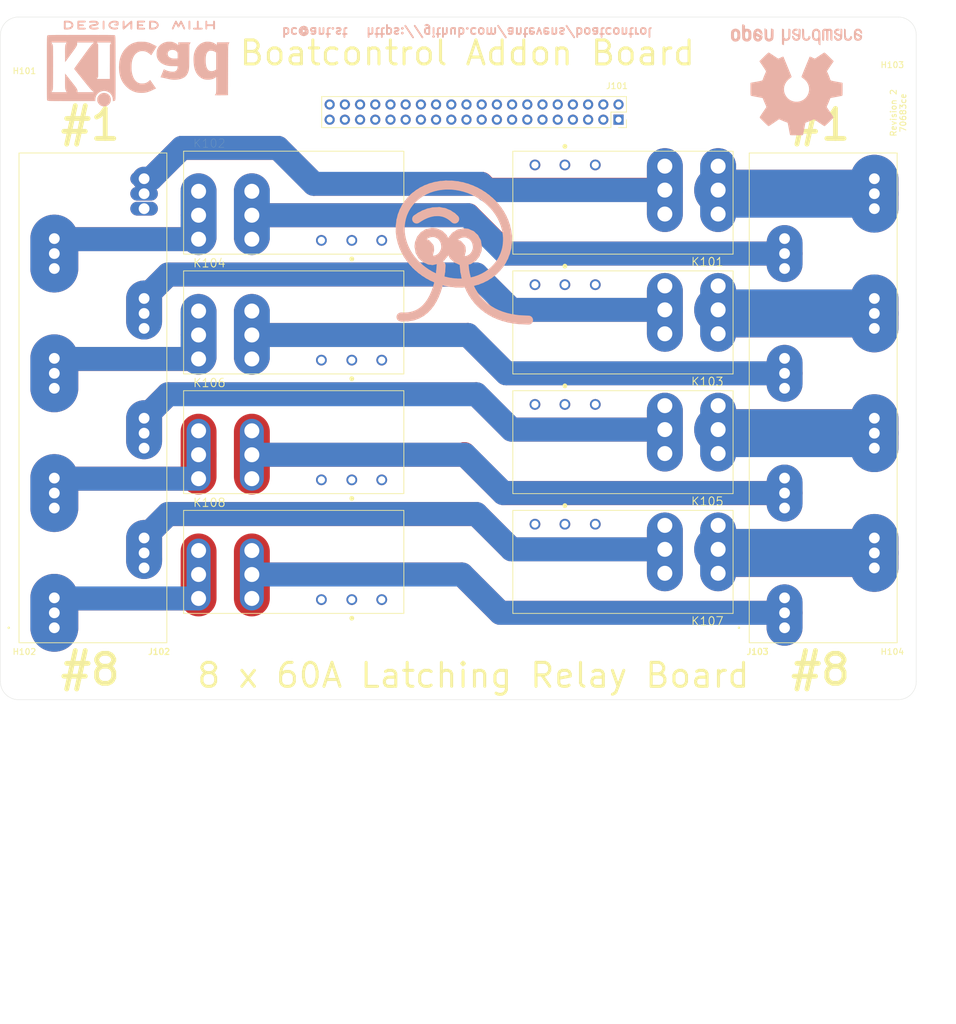
<source format=kicad_pcb>
(kicad_pcb (version 20171130) (host pcbnew 5.1.5+dfsg1-2build2)
  (title_block (title BoatControl) (date 2021-04-09) (rev 2) (company Rugludallur) (comment 1 "8x 60A Latching Relay Addon board for Boatcontrol") (comment 2 https://github.com/antevens/boatcontrol/addon/CommonCathode60A) (comment 3 a@ant.st) (comment 4 70683ce0ebce79e47096088a795a31fc68ff9315))
  (layers (0 F.Cu power) (1 In1.Cu signal) (2 In2.Cu signal) (31 B.Cu power) (34 B.Paste user) (35 F.Paste user) (36 B.SilkS user) (37 F.SilkS user) (38 B.Mask user) (39 F.Mask user) (44 Edge.Cuts user))
  (net 0 "")
  (net 1 GND)
  (net 2 /K8_COIL_ON)
  (net 3 /K4_COIL_OFF)
  (net 4 /K8_COIL_OFF)
  (net 5 /K3_COIL_ON)
  (net 6 /K3_COIL_OFF)
  (net 7 /K7_COIL_ON)
  (net 8 /K7_COIL_OFF)
  (net 9 /K2_COIL_OFF)
  (net 10 /K6_COIL_ON)
  (net 11 /K6_COIL_OFF)
  (net 12 /K1_COIL_ON)
  (net 13 /K5_COIL_ON)
  (net 14 /K5_COIL_OFF)
  (net 15 /K4_IN)
  (net 16 /K8_IN)
  (net 17 /K3_IN)
  (net 18 /K7_IN)
  (net 19 /K2_IN)
  (net 20 /K6_IN)
  (net 21 /K1_IN)
  (net 22 /K5_IN)
  (net 23 /K4_OUT)
  (net 24 /K8_OUT)
  (net 25 /K3_OUT)
  (net 26 /K7_OUT)
  (net 27 /K2_OUT)
  (net 28 /K6_OUT)
  (net 29 /K1_OUT)
  (net 30 /K5_OUT)
  (net 31 /K4_COIL_ON)
  (net 32 /K2_COIL_ON)
  (net 33 /K1_COIL_OFF)
  (module Symbol:KiCad-Logo2_12mm_SilkScreen (layer B.Cu) (at 73 32)
    (fp_text reference LOGO101 hide)
    (fp_text value Logo_Open_Hardware_Large hide)
  )
  (module BoatControl:CUI_TBL008V-1000-08BE (layer F.Cu) (at 181 125 90)
    (fp_text reference J103 (at -4 -4.5 180) (layer F.SilkS) (effects (font (thickness 0.2))))
    (fp_text value TBL008V-1000-08BE)
    (pad 1_3 thru_hole oval (at 5 0 90) (size 2.3 4.6) (drill 1.8) (layers *.Cu *.Mask) (net 24 /K8_OUT))
    (pad 1_1 thru_hole oval (at 0 0 90) (size 2.3 4.6) (drill 1.8) (layers *.Cu *.Mask) (net 24 /K8_OUT))
    (pad 1_2 thru_hole oval (at 2.5 0 90) (size 2.3 4.6) (drill 1.8) (layers *.Cu *.Mask) (net 24 /K8_OUT))
    (pad 2_3 thru_hole oval (at 15 15 90) (size 2.3 4.6) (drill 1.8) (layers *.Cu *.Mask) (net 26 /K7_OUT))
    (pad 2_1 thru_hole oval (at 10 15 90) (size 2.3 4.6) (drill 1.8) (layers *.Cu *.Mask) (net 26 /K7_OUT))
    (pad 2_2 thru_hole oval (at 12.5 15 90) (size 2.3 4.6) (drill 1.8) (layers *.Cu *.Mask) (net 26 /K7_OUT))
    (pad 3_3 thru_hole oval (at 25 0 90) (size 2.3 4.6) (drill 1.8) (layers *.Cu *.Mask) (net 28 /K6_OUT))
    (pad 3_1 thru_hole oval (at 20 0 90) (size 2.3 4.6) (drill 1.8) (layers *.Cu *.Mask) (net 28 /K6_OUT))
    (pad 3_2 thru_hole oval (at 22.5 0 90) (size 2.3 4.6) (drill 1.8) (layers *.Cu *.Mask) (net 28 /K6_OUT))
    (pad 4_3 thru_hole oval (at 35 15 90) (size 2.3 4.6) (drill 1.8) (layers *.Cu *.Mask) (net 30 /K5_OUT))
    (pad 4_1 thru_hole oval (at 30 15 90) (size 2.3 4.6) (drill 1.8) (layers *.Cu *.Mask) (net 30 /K5_OUT))
    (pad 4_2 thru_hole oval (at 32.5 15 90) (size 2.3 4.6) (drill 1.8) (layers *.Cu *.Mask) (net 30 /K5_OUT))
    (pad 5_3 thru_hole oval (at 45 0 90) (size 2.3 4.6) (drill 1.8) (layers *.Cu *.Mask) (net 23 /K4_OUT))
    (pad 5_1 thru_hole oval (at 40 0 90) (size 2.3 4.6) (drill 1.8) (layers *.Cu *.Mask) (net 23 /K4_OUT))
    (pad 5_2 thru_hole oval (at 42.5 0 90) (size 2.3 4.6) (drill 1.8) (layers *.Cu *.Mask) (net 23 /K4_OUT))
    (pad 6_3 thru_hole oval (at 55 15 90) (size 2.3 4.6) (drill 1.8) (layers *.Cu *.Mask) (net 25 /K3_OUT))
    (pad 6_1 thru_hole oval (at 50 15 90) (size 2.3 4.6) (drill 1.8) (layers *.Cu *.Mask) (net 25 /K3_OUT))
    (pad 6_2 thru_hole oval (at 52.5 15 90) (size 2.3 4.6) (drill 1.8) (layers *.Cu *.Mask) (net 25 /K3_OUT))
    (pad 7_3 thru_hole oval (at 65 0 90) (size 2.3 4.6) (drill 1.8) (layers *.Cu *.Mask) (net 27 /K2_OUT))
    (pad 7_1 thru_hole oval (at 60 0 90) (size 2.3 4.6) (drill 1.8) (layers *.Cu *.Mask) (net 27 /K2_OUT))
    (pad 7_2 thru_hole oval (at 62.5 0 90) (size 2.3 4.6) (drill 1.8) (layers *.Cu *.Mask) (net 27 /K2_OUT))
    (pad 8_3 thru_hole oval (at 75 15 90) (size 2.3 4.6) (drill 1.8) (layers *.Cu *.Mask) (net 29 /K1_OUT))
    (pad 8_1 thru_hole oval (at 70 15 90) (size 2.3 4.6) (drill 1.8) (layers *.Cu *.Mask) (net 29 /K1_OUT))
    (pad 8_2 thru_hole oval (at 72.5 15 90) (size 2.3 4.6) (drill 1.8) (layers *.Cu *.Mask) (net 29 /K1_OUT))
  )
  (module BoatControl:CUI_TBL008V-1000-08BE (layer F.Cu) (at 59 125 90)
    (fp_text reference J102 (at -4 17.5 180) (layer F.SilkS) (effects (font (thickness 0.2))))
    (fp_text value TBL008V-1000-08BE)
    (pad 1_3 thru_hole oval (at 5 0 90) (size 2.3 4.6) (drill 1.8) (layers *.Cu *.Mask) (net 16 /K8_IN))
    (pad 1_1 thru_hole oval (at 0 0 90) (size 2.3 4.6) (drill 1.8) (layers *.Cu *.Mask) (net 16 /K8_IN))
    (pad 1_2 thru_hole oval (at 2.5 0 90) (size 2.3 4.6) (drill 1.8) (layers *.Cu *.Mask) (net 16 /K8_IN))
    (pad 2_3 thru_hole oval (at 15 15 90) (size 2.3 4.6) (drill 1.8) (layers *.Cu *.Mask) (net 18 /K7_IN))
    (pad 2_1 thru_hole oval (at 10 15 90) (size 2.3 4.6) (drill 1.8) (layers *.Cu *.Mask) (net 18 /K7_IN))
    (pad 2_2 thru_hole oval (at 12.5 15 90) (size 2.3 4.6) (drill 1.8) (layers *.Cu *.Mask) (net 18 /K7_IN))
    (pad 3_3 thru_hole oval (at 25 0 90) (size 2.3 4.6) (drill 1.8) (layers *.Cu *.Mask) (net 20 /K6_IN))
    (pad 3_1 thru_hole oval (at 20 0 90) (size 2.3 4.6) (drill 1.8) (layers *.Cu *.Mask) (net 20 /K6_IN))
    (pad 3_2 thru_hole oval (at 22.5 0 90) (size 2.3 4.6) (drill 1.8) (layers *.Cu *.Mask) (net 20 /K6_IN))
    (pad 4_3 thru_hole oval (at 35 15 90) (size 2.3 4.6) (drill 1.8) (layers *.Cu *.Mask) (net 22 /K5_IN))
    (pad 4_1 thru_hole oval (at 30 15 90) (size 2.3 4.6) (drill 1.8) (layers *.Cu *.Mask) (net 22 /K5_IN))
    (pad 4_2 thru_hole oval (at 32.5 15 90) (size 2.3 4.6) (drill 1.8) (layers *.Cu *.Mask) (net 22 /K5_IN))
    (pad 5_3 thru_hole oval (at 45 0 90) (size 2.3 4.6) (drill 1.8) (layers *.Cu *.Mask) (net 15 /K4_IN))
    (pad 5_1 thru_hole oval (at 40 0 90) (size 2.3 4.6) (drill 1.8) (layers *.Cu *.Mask) (net 15 /K4_IN))
    (pad 5_2 thru_hole oval (at 42.5 0 90) (size 2.3 4.6) (drill 1.8) (layers *.Cu *.Mask) (net 15 /K4_IN))
    (pad 6_3 thru_hole oval (at 55 15 90) (size 2.3 4.6) (drill 1.8) (layers *.Cu *.Mask) (net 17 /K3_IN))
    (pad 6_1 thru_hole oval (at 50 15 90) (size 2.3 4.6) (drill 1.8) (layers *.Cu *.Mask) (net 17 /K3_IN))
    (pad 6_2 thru_hole oval (at 52.5 15 90) (size 2.3 4.6) (drill 1.8) (layers *.Cu *.Mask) (net 17 /K3_IN))
    (pad 7_3 thru_hole oval (at 65 0 90) (size 2.3 4.6) (drill 1.8) (layers *.Cu *.Mask) (net 19 /K2_IN))
    (pad 7_1 thru_hole oval (at 60 0 90) (size 2.3 4.6) (drill 1.8) (layers *.Cu *.Mask) (net 19 /K2_IN))
    (pad 7_2 thru_hole oval (at 62.5 0 90) (size 2.3 4.6) (drill 1.8) (layers *.Cu *.Mask) (net 19 /K2_IN))
    (pad 8_3 thru_hole oval (at 75 15 90) (size 2.3 4.6) (drill 1.8) (layers *.Cu *.Mask) (net 21 /K1_IN))
    (pad 8_1 thru_hole oval (at 70 15 90) (size 2.3 4.6) (drill 1.8) (layers *.Cu *.Mask) (net 21 /K1_IN))
    (pad 8_2 thru_hole oval (at 72.5 15 90) (size 2.3 4.6) (drill 1.8) (layers *.Cu *.Mask) (net 21 /K1_IN))
  )
  (module Symbol:OSHW-Logo2_24.3x20mm_SilkScreen (layer B.Cu) (at 183 33.5)
    (fp_text reference LOGO102 hide)
    (fp_text value Logo_Open_Hardware_Large hide)
  )
  (module BoatControl:Ant_Logo_SilkScreen (layer B.Cu) (at 125.5 58.5)
    (fp_text reference G102 hide)
    (fp_text value LOGO_ANT hide)
  )
  (module BoatControl:TE_2071366-2 (layer F.Cu) (at 99 114)
    (fp_text reference K108 (at -14.09875 -9.90427) (layer F.SilkS) (effects (font (size 1.407669 1.407669))))
    (fp_text value EW60-1A3-CL12D04)
    (pad A3 thru_hole circle (at 4.62 6.3) (size 1.8 1.8) (drill 1.2) (layers *.Cu *.Mask) (net 4 /K8_COIL_OFF))
    (pad 1 thru_hole circle (at -15.9 6.1) (size 3.516 3.516) (drill 2.5) (layers *.Cu *.Mask) (net 16 /K8_IN))
    (pad 2 thru_hole circle (at -15.9 2.1) (size 3.516 3.516) (drill 2.5) (layers *.Cu *.Mask) (net 16 /K8_IN))
    (pad 3 thru_hole circle (at -15.9 -1.9) (size 3.516 3.516) (drill 2.5) (layers *.Cu *.Mask) (net 16 /K8_IN))
    (pad 4 thru_hole circle (at -7 6.1) (size 3.516 3.516) (drill 2.5) (layers *.Cu *.Mask) (net 24 /K8_OUT))
    (pad 5 thru_hole circle (at -7 2.1) (size 3.516 3.516) (drill 2.5) (layers *.Cu *.Mask) (net 24 /K8_OUT))
    (pad 6 thru_hole circle (at -7 -1.9) (size 3.516 3.516) (drill 2.5) (layers *.Cu *.Mask) (net 24 /K8_OUT))
    (pad A1 thru_hole circle (at 9.7 6.3) (size 1.8 1.8) (drill 1.2) (layers *.Cu *.Mask) (net 1 GND))
    (pad A2 thru_hole circle (at 14.7 6.3) (size 1.8 1.8) (drill 1.2) (layers *.Cu *.Mask) (net 2 /K8_COIL_ON))
  )
  (module BoatControl:TE_2071366-2 (layer F.Cu) (at 154 114 180)
    (fp_text reference K107 (at -14.09875 -9.90427) (layer F.SilkS) (effects (font (size 1.407669 1.407669))))
    (fp_text value EW60-1A3-CL12D04)
    (pad A3 thru_hole circle (at 4.62 6.3 180) (size 1.8 1.8) (drill 1.2) (layers *.Cu *.Mask) (net 7 /K7_COIL_ON))
    (pad 1 thru_hole circle (at -15.9 6.1 180) (size 3.516 3.516) (drill 2.5) (layers *.Cu *.Mask) (net 26 /K7_OUT))
    (pad 2 thru_hole circle (at -15.9 2.1 180) (size 3.516 3.516) (drill 2.5) (layers *.Cu *.Mask) (net 26 /K7_OUT))
    (pad 3 thru_hole circle (at -15.9 -1.9 180) (size 3.516 3.516) (drill 2.5) (layers *.Cu *.Mask) (net 26 /K7_OUT))
    (pad 4 thru_hole circle (at -7 6.1 180) (size 3.516 3.516) (drill 2.5) (layers *.Cu *.Mask) (net 18 /K7_IN))
    (pad 5 thru_hole circle (at -7 2.1 180) (size 3.516 3.516) (drill 2.5) (layers *.Cu *.Mask) (net 18 /K7_IN))
    (pad 6 thru_hole circle (at -7 -1.9 180) (size 3.516 3.516) (drill 2.5) (layers *.Cu *.Mask) (net 18 /K7_IN))
    (pad A1 thru_hole circle (at 9.7 6.3 180) (size 1.8 1.8) (drill 1.2) (layers *.Cu *.Mask) (net 1 GND))
    (pad A2 thru_hole circle (at 14.7 6.3 180) (size 1.8 1.8) (drill 1.2) (layers *.Cu *.Mask) (net 8 /K7_COIL_OFF))
  )
  (module BoatControl:TE_2071366-2 (layer F.Cu) (at 99 94)
    (fp_text reference K106 (at -14.09875 -9.90427) (layer F.SilkS) (effects (font (size 1.407669 1.407669))))
    (fp_text value EW60-1A3-CL12D04)
    (pad A3 thru_hole circle (at 4.62 6.3) (size 1.8 1.8) (drill 1.2) (layers *.Cu *.Mask) (net 11 /K6_COIL_OFF))
    (pad 1 thru_hole circle (at -15.9 6.1) (size 3.516 3.516) (drill 2.5) (layers *.Cu *.Mask) (net 20 /K6_IN))
    (pad 2 thru_hole circle (at -15.9 2.1) (size 3.516 3.516) (drill 2.5) (layers *.Cu *.Mask) (net 20 /K6_IN))
    (pad 3 thru_hole circle (at -15.9 -1.9) (size 3.516 3.516) (drill 2.5) (layers *.Cu *.Mask) (net 20 /K6_IN))
    (pad 4 thru_hole circle (at -7 6.1) (size 3.516 3.516) (drill 2.5) (layers *.Cu *.Mask) (net 28 /K6_OUT))
    (pad 5 thru_hole circle (at -7 2.1) (size 3.516 3.516) (drill 2.5) (layers *.Cu *.Mask) (net 28 /K6_OUT))
    (pad 6 thru_hole circle (at -7 -1.9) (size 3.516 3.516) (drill 2.5) (layers *.Cu *.Mask) (net 28 /K6_OUT))
    (pad A1 thru_hole circle (at 9.7 6.3) (size 1.8 1.8) (drill 1.2) (layers *.Cu *.Mask) (net 1 GND))
    (pad A2 thru_hole circle (at 14.7 6.3) (size 1.8 1.8) (drill 1.2) (layers *.Cu *.Mask) (net 10 /K6_COIL_ON))
  )
  (module BoatControl:TE_2071366-2 (layer F.Cu) (at 154 94 180)
    (fp_text reference K105 (at -14.09875 -9.90427) (layer F.SilkS) (effects (font (size 1.407669 1.407669))))
    (fp_text value EW60-1A3-CL12D04)
    (pad A3 thru_hole circle (at 4.62 6.3 180) (size 1.8 1.8) (drill 1.2) (layers *.Cu *.Mask) (net 13 /K5_COIL_ON))
    (pad 1 thru_hole circle (at -15.9 6.1 180) (size 3.516 3.516) (drill 2.5) (layers *.Cu *.Mask) (net 30 /K5_OUT))
    (pad 2 thru_hole circle (at -15.9 2.1 180) (size 3.516 3.516) (drill 2.5) (layers *.Cu *.Mask) (net 30 /K5_OUT))
    (pad 3 thru_hole circle (at -15.9 -1.9 180) (size 3.516 3.516) (drill 2.5) (layers *.Cu *.Mask) (net 30 /K5_OUT))
    (pad 4 thru_hole circle (at -7 6.1 180) (size 3.516 3.516) (drill 2.5) (layers *.Cu *.Mask) (net 22 /K5_IN))
    (pad 5 thru_hole circle (at -7 2.1 180) (size 3.516 3.516) (drill 2.5) (layers *.Cu *.Mask) (net 22 /K5_IN))
    (pad 6 thru_hole circle (at -7 -1.9 180) (size 3.516 3.516) (drill 2.5) (layers *.Cu *.Mask) (net 22 /K5_IN))
    (pad A1 thru_hole circle (at 9.7 6.3 180) (size 1.8 1.8) (drill 1.2) (layers *.Cu *.Mask) (net 1 GND))
    (pad A2 thru_hole circle (at 14.7 6.3 180) (size 1.8 1.8) (drill 1.2) (layers *.Cu *.Mask) (net 14 /K5_COIL_OFF))
  )
  (module BoatControl:TE_2071366-2 (layer F.Cu) (at 99 74)
    (fp_text reference K104 (at -14.09875 -9.90427) (layer F.SilkS) (effects (font (size 1.407669 1.407669))))
    (fp_text value EW60-1A3-CL12D04)
    (pad A3 thru_hole circle (at 4.62 6.3) (size 1.8 1.8) (drill 1.2) (layers *.Cu *.Mask) (net 3 /K4_COIL_OFF))
    (pad 1 thru_hole circle (at -15.9 6.1) (size 3.516 3.516) (drill 2.5) (layers *.Cu *.Mask) (net 15 /K4_IN))
    (pad 2 thru_hole circle (at -15.9 2.1) (size 3.516 3.516) (drill 2.5) (layers *.Cu *.Mask) (net 15 /K4_IN))
    (pad 3 thru_hole circle (at -15.9 -1.9) (size 3.516 3.516) (drill 2.5) (layers *.Cu *.Mask) (net 15 /K4_IN))
    (pad 4 thru_hole circle (at -7 6.1) (size 3.516 3.516) (drill 2.5) (layers *.Cu *.Mask) (net 23 /K4_OUT))
    (pad 5 thru_hole circle (at -7 2.1) (size 3.516 3.516) (drill 2.5) (layers *.Cu *.Mask) (net 23 /K4_OUT))
    (pad 6 thru_hole circle (at -7 -1.9) (size 3.516 3.516) (drill 2.5) (layers *.Cu *.Mask) (net 23 /K4_OUT))
    (pad A1 thru_hole circle (at 9.7 6.3) (size 1.8 1.8) (drill 1.2) (layers *.Cu *.Mask) (net 1 GND))
    (pad A2 thru_hole circle (at 14.7 6.3) (size 1.8 1.8) (drill 1.2) (layers *.Cu *.Mask) (net 31 /K4_COIL_ON))
  )
  (module BoatControl:TE_2071366-2 (layer F.Cu) (at 154 74 180)
    (fp_text reference K103 (at -14.09875 -9.90427) (layer F.SilkS) (effects (font (size 1.407669 1.407669))))
    (fp_text value EW60-1A3-CL12D04)
    (pad A3 thru_hole circle (at 4.62 6.3 180) (size 1.8 1.8) (drill 1.2) (layers *.Cu *.Mask) (net 5 /K3_COIL_ON))
    (pad 1 thru_hole circle (at -15.9 6.1 180) (size 3.516 3.516) (drill 2.5) (layers *.Cu *.Mask) (net 25 /K3_OUT))
    (pad 2 thru_hole circle (at -15.9 2.1 180) (size 3.516 3.516) (drill 2.5) (layers *.Cu *.Mask) (net 25 /K3_OUT))
    (pad 3 thru_hole circle (at -15.9 -1.9 180) (size 3.516 3.516) (drill 2.5) (layers *.Cu *.Mask) (net 25 /K3_OUT))
    (pad 4 thru_hole circle (at -7 6.1 180) (size 3.516 3.516) (drill 2.5) (layers *.Cu *.Mask) (net 17 /K3_IN))
    (pad 5 thru_hole circle (at -7 2.1 180) (size 3.516 3.516) (drill 2.5) (layers *.Cu *.Mask) (net 17 /K3_IN))
    (pad 6 thru_hole circle (at -7 -1.9 180) (size 3.516 3.516) (drill 2.5) (layers *.Cu *.Mask) (net 17 /K3_IN))
    (pad A1 thru_hole circle (at 9.7 6.3 180) (size 1.8 1.8) (drill 1.2) (layers *.Cu *.Mask) (net 1 GND))
    (pad A2 thru_hole circle (at 14.7 6.3 180) (size 1.8 1.8) (drill 1.2) (layers *.Cu *.Mask) (net 6 /K3_COIL_OFF))
  )
  (module BoatControl:TE_2071366-2 (layer F.Cu) (at 99 54)
    (fp_text reference K102 (at -14.09875 -9.90427) (layer F.SilkS) (effects (font (size 1.407669 1.407669) (thickness 0.015))))
    (fp_text value EW60-1A3-CL12D04)
    (pad A3 thru_hole circle (at 4.62 6.3) (size 1.8 1.8) (drill 1.2) (layers *.Cu *.Mask) (net 9 /K2_COIL_OFF))
    (pad 1 thru_hole circle (at -15.9 6.1) (size 3.516 3.516) (drill 2.5) (layers *.Cu *.Mask) (net 19 /K2_IN))
    (pad 2 thru_hole circle (at -15.9 2.1) (size 3.516 3.516) (drill 2.5) (layers *.Cu *.Mask) (net 19 /K2_IN))
    (pad 3 thru_hole circle (at -15.9 -1.9) (size 3.516 3.516) (drill 2.5) (layers *.Cu *.Mask) (net 19 /K2_IN))
    (pad 4 thru_hole circle (at -7 6.1) (size 3.516 3.516) (drill 2.5) (layers *.Cu *.Mask) (net 27 /K2_OUT))
    (pad 5 thru_hole circle (at -7 2.1) (size 3.516 3.516) (drill 2.5) (layers *.Cu *.Mask) (net 27 /K2_OUT))
    (pad 6 thru_hole circle (at -7 -1.9) (size 3.516 3.516) (drill 2.5) (layers *.Cu *.Mask) (net 27 /K2_OUT))
    (pad A1 thru_hole circle (at 9.7 6.3) (size 1.8 1.8) (drill 1.2) (layers *.Cu *.Mask) (net 1 GND))
    (pad A2 thru_hole circle (at 14.7 6.3) (size 1.8 1.8) (drill 1.2) (layers *.Cu *.Mask) (net 32 /K2_COIL_ON))
  )
  (module BoatControl:TE_2071366-2 (layer F.Cu) (at 154 54 180)
    (fp_text reference K101 (at -14.09875 -9.90427) (layer F.SilkS) (effects (font (size 1.407669 1.407669))))
    (fp_text value EW60-1A3-CL12D04)
    (pad A3 thru_hole circle (at 4.62 6.3 180) (size 1.8 1.8) (drill 1.2) (layers *.Cu *.Mask) (net 12 /K1_COIL_ON))
    (pad 1 thru_hole circle (at -15.9 6.1 180) (size 3.516 3.516) (drill 2.5) (layers *.Cu *.Mask) (net 29 /K1_OUT))
    (pad 2 thru_hole circle (at -15.9 2.1 180) (size 3.516 3.516) (drill 2.5) (layers *.Cu *.Mask) (net 29 /K1_OUT))
    (pad 3 thru_hole circle (at -15.9 -1.9 180) (size 3.516 3.516) (drill 2.5) (layers *.Cu *.Mask) (net 29 /K1_OUT))
    (pad 4 thru_hole circle (at -7 6.1 180) (size 3.516 3.516) (drill 2.5) (layers *.Cu *.Mask) (net 21 /K1_IN))
    (pad 5 thru_hole circle (at -7 2.1 180) (size 3.516 3.516) (drill 2.5) (layers *.Cu *.Mask) (net 21 /K1_IN))
    (pad 6 thru_hole circle (at -7 -1.9 180) (size 3.516 3.516) (drill 2.5) (layers *.Cu *.Mask) (net 21 /K1_IN))
    (pad A1 thru_hole circle (at 9.7 6.3 180) (size 1.8 1.8) (drill 1.2) (layers *.Cu *.Mask) (net 1 GND))
    (pad A2 thru_hole circle (at 14.7 6.3 180) (size 1.8 1.8) (drill 1.2) (layers *.Cu *.Mask) (net 33 /K1_COIL_OFF))
  )
  (module Connector_PinSocket_2.54mm:PinSocket_2x20_P2.54mm_Vertical (layer F.Cu) (at 153.26 40.14 270)
    (fp_text reference J101 (at -5.64 0.26 180) (layer F.SilkS))
    (fp_text value "Conn_02x20_Odd_Even Header" hide)
    (pad 40 thru_hole oval (at -2.54 48.26 270) (size 1.7 1.7) (drill 1) (layers *.Cu *.Mask) (net 1 GND))
    (pad 39 thru_hole oval (at 0 48.26 270) (size 1.7 1.7) (drill 1) (layers *.Cu *.Mask) (net 1 GND))
    (pad 38 thru_hole oval (at -2.54 45.72 270) (size 1.7 1.7) (drill 1) (layers *.Cu *.Mask) (net 1 GND))
    (pad 37 thru_hole oval (at 0 45.72 270) (size 1.7 1.7) (drill 1) (layers *.Cu *.Mask) (net 1 GND))
    (pad 36 thru_hole oval (at -2.54 43.18 270) (size 1.7 1.7) (drill 1) (layers *.Cu *.Mask) (net 1 GND))
    (pad 35 thru_hole oval (at 0 43.18 270) (size 1.7 1.7) (drill 1) (layers *.Cu *.Mask) (net 1 GND))
    (pad 34 thru_hole oval (at -2.54 40.64 270) (size 1.7 1.7) (drill 1) (layers *.Cu *.Mask) (net 1 GND))
    (pad 33 thru_hole oval (at 0 40.64 270) (size 1.7 1.7) (drill 1) (layers *.Cu *.Mask) (net 1 GND))
    (pad 32 thru_hole oval (at -2.54 38.1 270) (size 1.7 1.7) (drill 1) (layers *.Cu *.Mask) (net 4 /K8_COIL_OFF))
    (pad 31 thru_hole oval (at 0 38.1 270) (size 1.7 1.7) (drill 1) (layers *.Cu *.Mask) (net 4 /K8_COIL_OFF))
    (pad 30 thru_hole oval (at -2.54 35.56 270) (size 1.7 1.7) (drill 1) (layers *.Cu *.Mask) (net 2 /K8_COIL_ON))
    (pad 29 thru_hole oval (at 0 35.56 270) (size 1.7 1.7) (drill 1) (layers *.Cu *.Mask) (net 2 /K8_COIL_ON))
    (pad 28 thru_hole oval (at -2.54 33.02 270) (size 1.7 1.7) (drill 1) (layers *.Cu *.Mask) (net 8 /K7_COIL_OFF))
    (pad 27 thru_hole oval (at 0 33.02 270) (size 1.7 1.7) (drill 1) (layers *.Cu *.Mask) (net 8 /K7_COIL_OFF))
    (pad 26 thru_hole oval (at -2.54 30.48 270) (size 1.7 1.7) (drill 1) (layers *.Cu *.Mask) (net 7 /K7_COIL_ON))
    (pad 25 thru_hole oval (at 0 30.48 270) (size 1.7 1.7) (drill 1) (layers *.Cu *.Mask) (net 7 /K7_COIL_ON))
    (pad 24 thru_hole oval (at -2.54 27.94 270) (size 1.7 1.7) (drill 1) (layers *.Cu *.Mask) (net 11 /K6_COIL_OFF))
    (pad 23 thru_hole oval (at 0 27.94 270) (size 1.7 1.7) (drill 1) (layers *.Cu *.Mask) (net 11 /K6_COIL_OFF))
    (pad 22 thru_hole oval (at -2.54 25.4 270) (size 1.7 1.7) (drill 1) (layers *.Cu *.Mask) (net 10 /K6_COIL_ON))
    (pad 21 thru_hole oval (at 0 25.4 270) (size 1.7 1.7) (drill 1) (layers *.Cu *.Mask) (net 10 /K6_COIL_ON))
    (pad 20 thru_hole oval (at -2.54 22.86 270) (size 1.7 1.7) (drill 1) (layers *.Cu *.Mask) (net 14 /K5_COIL_OFF))
    (pad 19 thru_hole oval (at 0 22.86 270) (size 1.7 1.7) (drill 1) (layers *.Cu *.Mask) (net 14 /K5_COIL_OFF))
    (pad 18 thru_hole oval (at -2.54 20.32 270) (size 1.7 1.7) (drill 1) (layers *.Cu *.Mask) (net 13 /K5_COIL_ON))
    (pad 17 thru_hole oval (at 0 20.32 270) (size 1.7 1.7) (drill 1) (layers *.Cu *.Mask) (net 13 /K5_COIL_ON))
    (pad 16 thru_hole oval (at -2.54 17.78 270) (size 1.7 1.7) (drill 1) (layers *.Cu *.Mask) (net 3 /K4_COIL_OFF))
    (pad 15 thru_hole oval (at 0 17.78 270) (size 1.7 1.7) (drill 1) (layers *.Cu *.Mask) (net 3 /K4_COIL_OFF))
    (pad 14 thru_hole oval (at -2.54 15.24 270) (size 1.7 1.7) (drill 1) (layers *.Cu *.Mask) (net 31 /K4_COIL_ON))
    (pad 13 thru_hole oval (at 0 15.24 270) (size 1.7 1.7) (drill 1) (layers *.Cu *.Mask) (net 31 /K4_COIL_ON))
    (pad 12 thru_hole oval (at -2.54 12.7 270) (size 1.7 1.7) (drill 1) (layers *.Cu *.Mask) (net 6 /K3_COIL_OFF))
    (pad 11 thru_hole oval (at 0 12.7 270) (size 1.7 1.7) (drill 1) (layers *.Cu *.Mask) (net 6 /K3_COIL_OFF))
    (pad 10 thru_hole oval (at -2.54 10.16 270) (size 1.7 1.7) (drill 1) (layers *.Cu *.Mask) (net 5 /K3_COIL_ON))
    (pad 9 thru_hole oval (at 0 10.16 270) (size 1.7 1.7) (drill 1) (layers *.Cu *.Mask) (net 5 /K3_COIL_ON))
    (pad 8 thru_hole oval (at -2.54 7.62 270) (size 1.7 1.7) (drill 1) (layers *.Cu *.Mask) (net 9 /K2_COIL_OFF))
    (pad 7 thru_hole oval (at 0 7.62 270) (size 1.7 1.7) (drill 1) (layers *.Cu *.Mask) (net 9 /K2_COIL_OFF))
    (pad 6 thru_hole oval (at -2.54 5.08 270) (size 1.7 1.7) (drill 1) (layers *.Cu *.Mask) (net 32 /K2_COIL_ON))
    (pad 5 thru_hole oval (at 0 5.08 270) (size 1.7 1.7) (drill 1) (layers *.Cu *.Mask) (net 32 /K2_COIL_ON))
    (pad 4 thru_hole oval (at -2.54 2.54 270) (size 1.7 1.7) (drill 1) (layers *.Cu *.Mask) (net 33 /K1_COIL_OFF))
    (pad 3 thru_hole oval (at 0 2.54 270) (size 1.7 1.7) (drill 1) (layers *.Cu *.Mask) (net 33 /K1_COIL_OFF))
    (pad 2 thru_hole oval (at -2.54 0 270) (size 1.7 1.7) (drill 1) (layers *.Cu *.Mask) (net 12 /K1_COIL_ON))
    (pad 1 thru_hole rect (at 0 0 270) (size 1.7 1.7) (drill 1) (layers *.Cu *.Mask) (net 12 /K1_COIL_ON))
  )
  (module MountingHole:MountingHole_3mm (layer F.Cu) (at 199 133)
    (fp_text reference H104 (at 0 -4) (layer F.SilkS))
    (fp_text value MountingHole)
    (pad 1 np_thru_hole circle (at 0 0) (size 3 3) (drill 3) (layers *.Cu *.Mask))
  )
  (module MountingHole:MountingHole_3mm (layer F.Cu) (at 199 27)
    (fp_text reference H103 (at 0 4) (layer F.SilkS))
    (fp_text value MountingHole)
    (pad 1 np_thru_hole circle (at 0 0) (size 3 3) (drill 3) (layers *.Cu *.Mask))
  )
  (module MountingHole:MountingHole_3mm (layer F.Cu) (at 54 133)
    (fp_text reference H102 (at 0 -4) (layer F.SilkS))
    (fp_text value MountingHole)
    (pad 1 np_thru_hole circle (at 0 0) (size 3 3) (drill 3) (layers *.Cu *.Mask))
  )
  (module MountingHole:MountingHole_3mm (layer F.Cu) (at 54 27)
    (fp_text reference H101 (at 0 5) (layer F.SilkS))
    (fp_text value MountingHole)
    (pad 1 np_thru_hole circle (at 0 0) (size 3 3) (drill 3) (layers *.Cu *.Mask))
  )
  (gr_text "Revision 2\n70683ce" (at 200 39 90) (layer F.SilkS) (effects (font (size 1 1))))
  (gr_text "#8" (at 65 132) (layer F.SilkS) (effects (font (size 5 5) (thickness 0.8))))
  (gr_text "#8" (at 187 132) (layer F.SilkS) (effects (font (size 5 5) (thickness 0.8))))
  (gr_text "#1" (at 187 41) (layer F.SilkS) (effects (font (size 5 5) (thickness 0.8))))
  (gr_text "#1" (at 65 41) (layer F.SilkS) (effects (font (size 5 5) (thickness 0.8))))
  (gr_text "8 x 60A Latching Relay Board" (at 129 132.95) (layer F.SilkS) (effects (font (size 4 4) (thickness 0.5))))
  (gr_text "Boatcontrol Addon Board" (at 128 29) (layer F.SilkS) (effects (font (size 4 4) (thickness 0.5))))
  (gr_text https://github.com/antevens/boatcontrol (at 135 25.5 180) (layer B.SilkS) (effects (font (size 1.5 1.5) (thickness 0.3)) (justify mirror)))
  (gr_text bc@ant.st (at 102.5 25.5 180) (layer B.SilkS) (effects (font (size 1.5 1.5) (thickness 0.3)) (justify mirror)))
  (gr_line (start 203 134) (end 203 26) (layer Edge.Cuts) (width 0.05))
  (gr_line (start 53 137) (end 200 137) (layer Edge.Cuts) (width 0.05))
  (gr_line (start 50 26) (end 50 134) (layer Edge.Cuts) (width 0.05))
  (gr_line (start 200 23) (end 53 23) (layer Edge.Cuts) (width 0.05))
  (gr_arc (start 53 134) (end 50 134) (angle -90) (layer Edge.Cuts) (width 0.05))
  (gr_arc (start 53 26) (end 53 23) (angle -90) (layer Edge.Cuts) (width 0.05))
  (gr_arc (start 200 26) (end 203 26) (angle -90) (layer Edge.Cuts) (width 0.05))
  (gr_arc (start 200 134) (end 200 137) (angle -90) (layer Edge.Cuts) (width 0.05))
  (segment (start 83.1 72.1) (end 83.1 80.1) (width 4) (layer B.Cu) (net 15))
  (segment (start 61.4 80.1) (end 59 82.5) (width 4) (layer B.Cu) (net 15))
  (segment (start 83.1 80.1) (end 61.4 80.1) (width 4) (layer B.Cu) (net 15))
  (segment (start 61.4 80.1) (end 59 82.5) (width 4) (layer F.Cu) (net 15))
  (segment (start 83.1 80.1) (end 61.4 80.1) (width 4) (layer F.Cu) (net 15))
  (segment (start 59 85) (end 59 80) (width 8) (layer F.Cu) (net 15))
  (segment (start 59 85) (end 59 80) (width 8) (layer B.Cu) (net 15))
  (segment (start 83.1 76.1) (end 83.1 72.25001) (width 6) (layer B.Cu) (net 15))
  (segment (start 83.1 76.1) (end 83.1 79.74999) (width 6) (layer B.Cu) (net 15))
  (segment (start 83.1 76.1) (end 83.1 79.74999) (width 6) (layer F.Cu) (net 15))
  (segment (start 83.1 76.1) (end 83.1 72.25001) (width 6) (layer F.Cu) (net 15))
  (segment (start 83.1 112.1) (end 83.1 120.1) (width 4) (layer B.Cu) (net 16))
  (segment (start 61.4 120.1) (end 59 122.5) (width 4) (layer B.Cu) (net 16))
  (segment (start 83.1 120.1) (end 61.4 120.1) (width 4) (layer B.Cu) (net 16))
  (segment (start 61.4 120.1) (end 59 122.5) (width 4) (layer F.Cu) (net 16))
  (segment (start 83.1 120.1) (end 61.4 120.1) (width 4) (layer F.Cu) (net 16))
  (segment (start 59 125) (end 59 120) (width 8) (layer F.Cu) (net 16))
  (segment (start 59 125) (end 59 120) (width 8) (layer B.Cu) (net 16))
  (segment (start 83.1 120.1) (end 83.1 112.25001) (width 6) (layer F.Cu) (net 16))
  (segment (start 74 70) (end 78 66) (width 4) (layer F.Cu) (net 17))
  (segment (start 78 66) (end 129.5 66) (width 4) (layer F.Cu) (net 17))
  (segment (start 135.4 71.9) (end 161 71.9) (width 4) (layer F.Cu) (net 17))
  (segment (start 129.5 66) (end 135.4 71.9) (width 4) (layer F.Cu) (net 17))
  (segment (start 161 71.9) (end 135.4 71.9) (width 4) (layer B.Cu) (net 17))
  (segment (start 135.4 71.9) (end 129.5 66) (width 4) (layer B.Cu) (net 17))
  (segment (start 78 66) (end 74 70) (width 4) (layer B.Cu) (net 17))
  (segment (start 129.5 66) (end 78 66) (width 4) (layer B.Cu) (net 17))
  (segment (start 161 71.9) (end 161 68.75001) (width 6) (layer B.Cu) (net 17))
  (segment (start 161 71.9) (end 161 75.9) (width 6) (layer B.Cu) (net 17))
  (segment (start 74 70) (end 74 73.84999) (width 6) (layer B.Cu) (net 17))
  (segment (start 74 70) (end 74 73.84999) (width 6) (layer F.Cu) (net 17))
  (segment (start 161 71.9) (end 161 68.75001) (width 6) (layer F.Cu) (net 17))
  (segment (start 161 71.9) (end 161 75.9) (width 6) (layer F.Cu) (net 17))
  (segment (start 135.4 111.9) (end 161 111.9) (width 4) (layer F.Cu) (net 18))
  (segment (start 129.5 106) (end 135.4 111.9) (width 4) (layer F.Cu) (net 18))
  (segment (start 74 110) (end 78 106) (width 4) (layer F.Cu) (net 18))
  (segment (start 78 106) (end 129.5 106) (width 4) (layer F.Cu) (net 18))
  (segment (start 161 111.9) (end 135.4 111.9) (width 4) (layer B.Cu) (net 18))
  (segment (start 135.4 111.9) (end 129.5 106) (width 4) (layer B.Cu) (net 18))
  (segment (start 78 106) (end 74 110) (width 4) (layer B.Cu) (net 18))
  (segment (start 129.5 106) (end 78 106) (width 4) (layer B.Cu) (net 18))
  (segment (start 161 111.9) (end 161 108.75001) (width 6) (layer B.Cu) (net 18))
  (segment (start 161 111.9) (end 161 115.9) (width 6) (layer B.Cu) (net 18))
  (segment (start 74 113.5) (end 74 113.84999) (width 6) (layer B.Cu) (net 18))
  (segment (start 74 110) (end 74 113.5) (width 6) (layer B.Cu) (net 18))
  (segment (start 161 111.9) (end 161 108.75001) (width 6) (layer F.Cu) (net 18))
  (segment (start 161 111.9) (end 161 115.9) (width 6) (layer F.Cu) (net 18))
  (segment (start 74 110) (end 74 113.84999) (width 6) (layer F.Cu) (net 18))
  (segment (start 61.4 60.1) (end 59 62.5) (width 4) (layer B.Cu) (net 19))
  (segment (start 83.1 60.1) (end 61.4 60.1) (width 4) (layer B.Cu) (net 19))
  (segment (start 61.4 60.1) (end 59 62.5) (width 4) (layer F.Cu) (net 19))
  (segment (start 83.1 60.1) (end 61.4 60.1) (width 4) (layer F.Cu) (net 19))
  (segment (start 59 65) (end 59 60) (width 8) (layer F.Cu) (net 19))
  (segment (start 59 65) (end 59 60) (width 8) (layer B.Cu) (net 19))
  (segment (start 83.1 56.1) (end 83.1 52.1) (width 6) (layer B.Cu) (net 19))
  (segment (start 83.1 56.1) (end 83.1 59.74999) (width 6) (layer B.Cu) (net 19))
  (segment (start 83.1 56.1) (end 83.1 59.74999) (width 6) (layer F.Cu) (net 19))
  (segment (start 83.1 56.1) (end 83.1 52.1) (width 6) (layer F.Cu) (net 19))
  (segment (start 83.1 92.1) (end 83.1 100.1) (width 4) (layer B.Cu) (net 20))
  (segment (start 61.4 100.1) (end 59 102.5) (width 4) (layer B.Cu) (net 20))
  (segment (start 83.1 100.1) (end 61.4 100.1) (width 4) (layer B.Cu) (net 20))
  (segment (start 59 105) (end 59 100) (width 8) (layer F.Cu) (net 20))
  (segment (start 59 105) (end 59 100) (width 8) (layer B.Cu) (net 20))
  (segment (start 59.1 100.1) (end 59 100) (width 4) (layer F.Cu) (net 20))
  (segment (start 83.1 100.1) (end 59.1 100.1) (width 4) (layer F.Cu) (net 20))
  (segment (start 83.1 96.1) (end 83.1 99.74999) (width 6) (layer F.Cu) (net 20))
  (segment (start 83.1 96.1) (end 83.1 92.25001) (width 6) (layer F.Cu) (net 20))
  (segment (start 80.3 44.85) (end 75.15 50) (width 4) (layer F.Cu) (net 21))
  (segment (start 96.35 44.85) (end 80.3 44.85) (width 4) (layer F.Cu) (net 21))
  (segment (start 102.34999 50.84999) (end 96.35 44.85) (width 4) (layer F.Cu) (net 21))
  (segment (start 130.34999 50.84999) (end 102.34999 50.84999) (width 4) (layer F.Cu) (net 21))
  (segment (start 131.350001 51.850001) (end 130.34999 50.84999) (width 4) (layer F.Cu) (net 21))
  (segment (start 75.15 50) (end 74 50) (width 4) (layer F.Cu) (net 21))
  (segment (start 160.950001 51.850001) (end 131.350001 51.850001) (width 4) (layer F.Cu) (net 21))
  (segment (start 161 51.9) (end 160.950001 51.850001) (width 4) (layer F.Cu) (net 21))
  (segment (start 80.3 44.85) (end 75.15 50) (width 4) (layer B.Cu) (net 21))
  (segment (start 96.35 44.85) (end 80.3 44.85) (width 4) (layer B.Cu) (net 21))
  (segment (start 102.34999 50.84999) (end 96.35 44.85) (width 4) (layer B.Cu) (net 21))
  (segment (start 130.274625 50.84999) (end 102.34999 50.84999) (width 4) (layer B.Cu) (net 21))
  (segment (start 131.324635 51.9) (end 130.274625 50.84999) (width 4) (layer B.Cu) (net 21))
  (segment (start 75.15 50) (end 74 50) (width 4) (layer B.Cu) (net 21))
  (segment (start 161 51.9) (end 131.324635 51.9) (width 4) (layer B.Cu) (net 21))
  (segment (start 161 51.9) (end 161 47.9) (width 6) (layer B.Cu) (net 21))
  (segment (start 161 51.9) (end 161 55.9) (width 6) (layer B.Cu) (net 21))
  (segment (start 161 51.9) (end 161 47.9) (width 6) (layer F.Cu) (net 21))
  (segment (start 161 51.9) (end 161 55.9) (width 6) (layer F.Cu) (net 21))
  (segment (start 135.4 91.9) (end 161 91.9) (width 4) (layer F.Cu) (net 22))
  (segment (start 129.5 86) (end 135.4 91.9) (width 4) (layer F.Cu) (net 22))
  (segment (start 74 90) (end 78 86) (width 4) (layer F.Cu) (net 22))
  (segment (start 78 86) (end 129.5 86) (width 4) (layer F.Cu) (net 22))
  (segment (start 161 91.9) (end 135.4 91.9) (width 4) (layer B.Cu) (net 22))
  (segment (start 135.4 91.9) (end 129.5 86) (width 4) (layer B.Cu) (net 22))
  (segment (start 78 86) (end 74 90) (width 4) (layer B.Cu) (net 22))
  (segment (start 129.5 86) (end 78 86) (width 4) (layer B.Cu) (net 22))
  (segment (start 161 91.9) (end 161 88.75001) (width 6) (layer B.Cu) (net 22))
  (segment (start 161 91.9) (end 161 95.9) (width 6) (layer B.Cu) (net 22))
  (segment (start 74 90) (end 74 93.84999) (width 6) (layer B.Cu) (net 22))
  (segment (start 161 91.9) (end 161 88.75001) (width 6) (layer F.Cu) (net 22))
  (segment (start 161 91.9) (end 161 95.9) (width 6) (layer F.Cu) (net 22))
  (segment (start 74 90) (end 74 93.84999) (width 6) (layer F.Cu) (net 22))
  (segment (start 92 72.1) (end 92 80.1) (width 4) (layer B.Cu) (net 23))
  (segment (start 181 82.5) (end 134.5 82.5) (width 4) (layer B.Cu) (net 23))
  (segment (start 128.1 76.1) (end 92 76.1) (width 4) (layer B.Cu) (net 23))
  (segment (start 134.5 82.5) (end 128.1 76.1) (width 4) (layer B.Cu) (net 23))
  (segment (start 181 82.5) (end 134.5 82.5) (width 4) (layer F.Cu) (net 23))
  (segment (start 128.1 76.1) (end 92 76.1) (width 4) (layer F.Cu) (net 23))
  (segment (start 134.5 82.5) (end 128.1 76.1) (width 4) (layer F.Cu) (net 23))
  (segment (start 181 82.5) (end 181 80.75001) (width 6) (layer B.Cu) (net 23))
  (segment (start 181 82.5) (end 181 84.24999) (width 6) (layer B.Cu) (net 23))
  (segment (start 92 76.1) (end 92 72.25001) (width 6) (layer B.Cu) (net 23))
  (segment (start 92 76.1) (end 92 79.74999) (width 6) (layer B.Cu) (net 23))
  (segment (start 92 76.1) (end 92 79.74999) (width 6) (layer F.Cu) (net 23))
  (segment (start 92 76.1) (end 92 72.25001) (width 6) (layer F.Cu) (net 23))
  (segment (start 181 82.5) (end 181 80.75001) (width 6) (layer F.Cu) (net 23))
  (segment (start 181 82.5) (end 181 84.24999) (width 6) (layer F.Cu) (net 23))
  (segment (start 181 122.5) (end 133.5 122.5) (width 4) (layer B.Cu) (net 24))
  (segment (start 127.1 116.1) (end 92 116.1) (width 4) (layer B.Cu) (net 24))
  (segment (start 133.5 122.5) (end 127.1 116.1) (width 4) (layer B.Cu) (net 24))
  (segment (start 92 112.1) (end 92 120.1) (width 4) (layer B.Cu) (net 24))
  (segment (start 92 116.1) (end 127.1 116.1) (width 4) (layer F.Cu) (net 24))
  (segment (start 133.5 122.5) (end 181 122.5) (width 4) (layer F.Cu) (net 24))
  (segment (start 127.1 116.1) (end 133.5 122.5) (width 4) (layer F.Cu) (net 24))
  (segment (start 181 122.5) (end 181 120.75001) (width 6) (layer B.Cu) (net 24))
  (segment (start 181 122.5) (end 181 125) (width 6) (layer B.Cu) (net 24))
  (segment (start 181 122.5) (end 181 120.75001) (width 6) (layer F.Cu) (net 24))
  (segment (start 181 122.5) (end 181 125) (width 6) (layer F.Cu) (net 24))
  (segment (start 92 116.1) (end 92 112.25001) (width 6) (layer F.Cu) (net 24))
  (segment (start 92 116.1) (end 92 120.1) (width 6) (layer F.Cu) (net 24))
  (segment (start 170.5 72.5) (end 169.9 71.9) (width 8) (layer F.Cu) (net 25))
  (segment (start 196 72.5) (end 170.5 72.5) (width 8) (layer F.Cu) (net 25))
  (segment (start 170.5 72.5) (end 169.9 71.9) (width 8) (layer B.Cu) (net 25))
  (segment (start 196 72.5) (end 170.5 72.5) (width 8) (layer B.Cu) (net 25))
  (segment (start 169.9 67.9) (end 169.9 75.9) (width 4) (layer B.Cu) (net 25))
  (segment (start 196 75) (end 196 70) (width 8) (layer F.Cu) (net 25))
  (segment (start 196 75) (end 196 70) (width 8) (layer B.Cu) (net 25))
  (segment (start 169.9 71.9) (end 169.9 68.75001) (width 6) (layer B.Cu) (net 25))
  (segment (start 169.9 71.9) (end 169.9 75.9) (width 6) (layer B.Cu) (net 25))
  (segment (start 169.9 71.9) (end 169.9 68.75001) (width 6) (layer F.Cu) (net 25))
  (segment (start 169.9 71.9) (end 169.9 75.9) (width 6) (layer F.Cu) (net 25))
  (segment (start 170.5 112.5) (end 169.9 111.9) (width 8) (layer F.Cu) (net 26))
  (segment (start 196 112.5) (end 170.5 112.5) (width 8) (layer F.Cu) (net 26))
  (segment (start 170.5 112.5) (end 169.9 111.9) (width 8) (layer B.Cu) (net 26))
  (segment (start 196 112.5) (end 170.5 112.5) (width 8) (layer B.Cu) (net 26))
  (segment (start 196 115) (end 196 110) (width 8) (layer F.Cu) (net 26))
  (segment (start 196 115) (end 196 110) (width 8) (layer B.Cu) (net 26))
  (segment (start 169.9 111.9) (end 169.9 108.75001) (width 6) (layer B.Cu) (net 26))
  (segment (start 169.9 111.9) (end 169.9 115.9) (width 6) (layer B.Cu) (net 26))
  (segment (start 169.9 111.9) (end 169.9 115.9) (width 6) (layer F.Cu) (net 26))
  (segment (start 169.9 111.9) (end 169.9 108.75001) (width 6) (layer F.Cu) (net 26))
  (segment (start 181 62.5) (end 134.5 62.5) (width 4) (layer B.Cu) (net 27))
  (segment (start 128.1 56.1) (end 92 56.1) (width 4) (layer B.Cu) (net 27))
  (segment (start 134.5 62.5) (end 128.1 56.1) (width 4) (layer B.Cu) (net 27))
  (segment (start 181 62.5) (end 134.575365 62.5) (width 4) (layer F.Cu) (net 27))
  (segment (start 128.175365 56.1) (end 92 56.1) (width 4) (layer F.Cu) (net 27))
  (segment (start 134.575365 62.5) (end 128.175365 56.1) (width 4) (layer F.Cu) (net 27))
  (segment (start 181 62.5) (end 181 64.24999) (width 6) (layer B.Cu) (net 27))
  (segment (start 181 62.5) (end 181 60.75001) (width 6) (layer B.Cu) (net 27))
  (segment (start 92 56.1) (end 92 59.74999) (width 6) (layer B.Cu) (net 27))
  (segment (start 92 56.1) (end 92 52.1) (width 6) (layer B.Cu) (net 27))
  (segment (start 181 62.5) (end 181 64.24999) (width 6) (layer F.Cu) (net 27))
  (segment (start 181 62.5) (end 181 60.75001) (width 6) (layer F.Cu) (net 27))
  (segment (start 92 56.1) (end 92 52.1) (width 6) (layer F.Cu) (net 27))
  (segment (start 92 56.1) (end 92 59.74999) (width 6) (layer F.Cu) (net 27))
  (segment (start 92 92.1) (end 92 100.1) (width 4) (layer B.Cu) (net 28))
  (segment (start 181 102.5) (end 134 102.5) (width 4) (layer B.Cu) (net 28))
  (segment (start 127.6 96.1) (end 92 96.1) (width 4) (layer B.Cu) (net 28))
  (segment (start 134 102.5) (end 127.6 96.1) (width 4) (layer B.Cu) (net 28))
  (segment (start 181 102.5) (end 134 102.5) (width 4) (layer F.Cu) (net 28))
  (segment (start 134 102.5) (end 127.5 96) (width 4) (layer F.Cu) (net 28))
  (segment (start 127.4 96.1) (end 92 96.1) (width 4) (layer F.Cu) (net 28))
  (segment (start 127.5 96) (end 127.4 96.1) (width 4) (layer F.Cu) (net 28))
  (segment (start 181 102.5) (end 181 100.75001) (width 6) (layer B.Cu) (net 28))
  (segment (start 181 102.5) (end 181 104.24999) (width 6) (layer B.Cu) (net 28))
  (segment (start 181 102.5) (end 181 100.75001) (width 6) (layer F.Cu) (net 28))
  (segment (start 181 102.5) (end 181 104.24999) (width 6) (layer F.Cu) (net 28))
  (segment (start 92 96.1) (end 92 92.25001) (width 6) (layer F.Cu) (net 28))
  (segment (start 92 96.1) (end 92 99.74999) (width 6) (layer F.Cu) (net 28))
  (segment (start 170.5 52.5) (end 169.9 51.9) (width 8) (layer F.Cu) (net 29))
  (segment (start 196 52.5) (end 170.5 52.5) (width 8) (layer F.Cu) (net 29))
  (segment (start 170.5 52.5) (end 169.9 51.9) (width 8) (layer B.Cu) (net 29))
  (segment (start 196 52.5) (end 170.5 52.5) (width 8) (layer B.Cu) (net 29))
  (segment (start 169.9 47.9) (end 169.9 55.9) (width 4) (layer B.Cu) (net 29))
  (segment (start 196 55) (end 196 50) (width 8) (layer F.Cu) (net 29))
  (segment (start 196 55) (end 196 50) (width 8) (layer B.Cu) (net 29))
  (segment (start 169.9 47.9) (end 169.9 51.9) (width 6) (layer B.Cu) (net 29))
  (segment (start 169.9 51.9) (end 169.9 55.9) (width 6) (layer B.Cu) (net 29))
  (segment (start 169.9 51.9) (end 169.9 47.9) (width 6) (layer F.Cu) (net 29))
  (segment (start 169.9 51.9) (end 169.9 55.9) (width 6) (layer F.Cu) (net 29))
  (segment (start 170.5 92.5) (end 169.9 91.9) (width 8) (layer F.Cu) (net 30))
  (segment (start 196 92.5) (end 170.5 92.5) (width 8) (layer F.Cu) (net 30))
  (segment (start 170.5 92.5) (end 169.9 91.9) (width 8) (layer B.Cu) (net 30))
  (segment (start 196 92.5) (end 170.5 92.5) (width 8) (layer B.Cu) (net 30))
  (segment (start 169.9 87.9) (end 169.9 95.9) (width 4) (layer B.Cu) (net 30))
  (segment (start 196 95) (end 196 90) (width 8) (layer F.Cu) (net 30))
  (segment (start 196 95) (end 196 90) (width 8) (layer B.Cu) (net 30))
  (segment (start 169.9 91.9) (end 169.9 88.75001) (width 6) (layer B.Cu) (net 30))
  (segment (start 169.9 91.9) (end 169.9 95.9) (width 6) (layer B.Cu) (net 30))
  (segment (start 169.9 91.9) (end 169.9 88.75001) (width 6) (layer F.Cu) (net 30))
  (segment (start 169.9 91.9) (end 169.9 95.9) (width 6) (layer F.Cu) (net 30))
)
</source>
